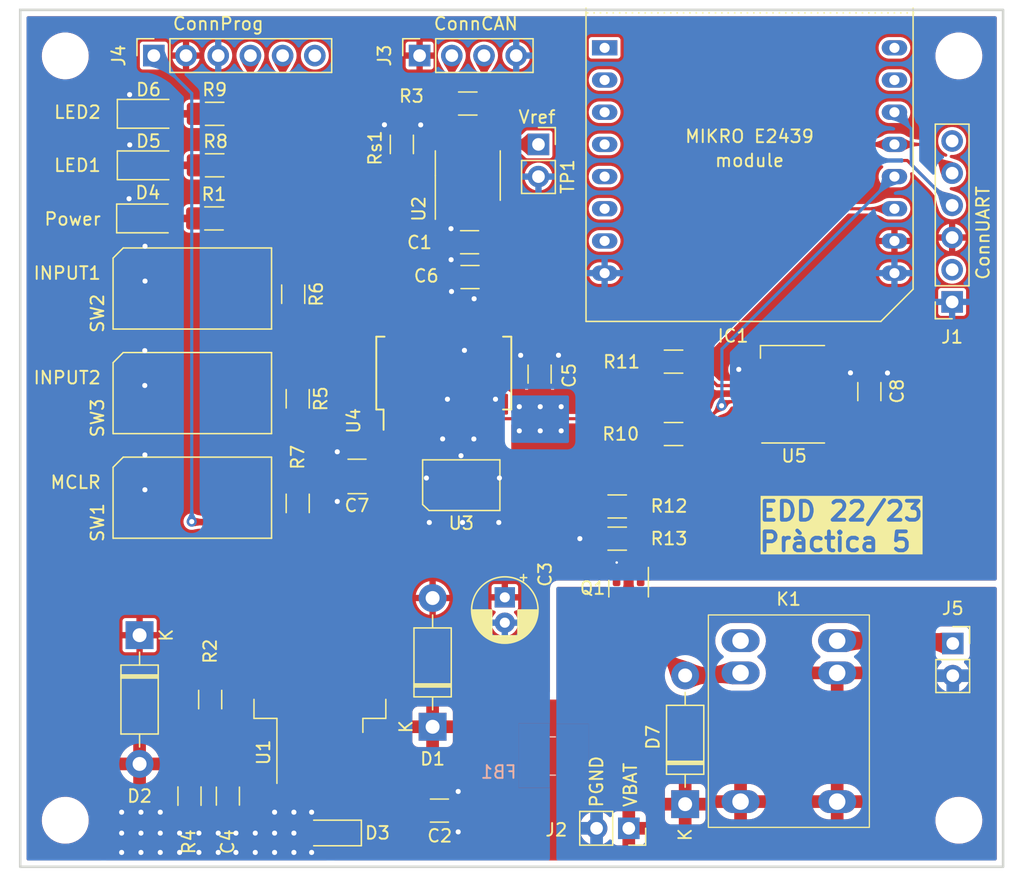
<source format=kicad_pcb>
(kicad_pcb (version 20221018) (generator pcbnew)
  (title_block (title "Placa Pràctica 5") (date "2023-04-06") (rev "V5") (company "Universitat de Barcelona") (comment 1 "J.L. Soler, J. Canals, J.D. Prades, M. López") (comment 2 "Eines de Disseny") (comment 3 "Versió Curs 2022/2023"))
  (layers (0 "F.Cu" signal) (31 "B.Cu" signal) (34 "B.Paste" user) (35 "F.Paste" user) (36 "B.SilkS" user "B.Silkscreen") (37 "F.SilkS" user "F.Silkscreen") (38 "B.Mask" user) (39 "F.Mask" user) (44 "Edge.Cuts" user))
  (net 0 "")
  (net 1 "GND")
  (net 2 "+5V")
  (net 3 "V_BAT")
  (net 4 "/vadj")
  (net 5 "Net-(D4-A)")
  (net 6 "VPP_MCLR")
  (net 7 "DATA")
  (net 8 "CLK")
  (net 10 "Net-(J3-Pin_2)")
  (net 11 "Net-(U4-Vcap)")
  (net 12 "U_TX")
  (net 13 "U_RX")
  (net 14 "MOTOR_H")
  (net 15 "I2C_CLK")
  (net 16 "I2C_DATA")
  (net 17 "/VREF")
  (net 18 "INPUT_1")
  (net 19 "INPUT_2")
  (net 20 "CLK_IN")
  (net 21 "CLK_OUT")
  (net 22 "CAN_TX")
  (net 23 "CAN_RX")
  (net 24 "Net-(D5-A)")
  (net 25 "Net-(D6-A)")
  (net 27 "V_MOTOR")
  (net 43 "GNDPWR")
  (net 53 "/LED_G")
  (net 54 "/LED_R")
  (net 55 "Net-(U2-Rs)")
  (net 56 "Net-(J3-Pin_3)")
  (net 57 "/q1_c")
  (net 58 "/q1_b")
  (footprint "Capacitor_SMD:C_1206_3216Metric" (layer "F.Cu") (at 153.62 74.01 90)
    (fp_text reference "C5")
    (fp_text value "100nF" hide)
  )
  (footprint "Diode_THT:D_DO-41_SOD81_P10.16mm_Horizontal" (layer "F.Cu") (at 165.100707 107.950707 90)
    (fp_text reference "D7")
    (fp_text value "1N4002" hide)
  )
  (footprint "Components:Push_btn_SMD" (layer "F.Cu") (at 126.2253 75.5076 -90)
    (fp_text reference "SW3")
    (fp_text value "SW_3")
  )
  (footprint "Capacitor_SMD:C_1206_3216Metric" (layer "F.Cu") (at 145.718 108.458)
    (fp_text reference "C2")
    (fp_text value "100nF" hide)
  )
  (footprint "Diode_SMD:D_SMF" (layer "F.Cu") (at 137.2 110.224 180)
    (fp_text reference "D3")
    (fp_text value "SMAJ15-TR" hide)
  )
  (footprint "Resistor_SMD:R_1206_3216Metric_Pad1.30x1.75mm_HandSolder" (layer "F.Cu") (at 159.74 86.995 180)
    (fp_text reference "R13")
    (fp_text value "7k6" hide)
  )
  (footprint "Resistor_SMD:R_1206_3216Metric_Pad1.30x1.75mm_HandSolder" (layer "F.Cu") (at 134.5403 75.9576 -90)
    (fp_text reference "R5")
    (fp_text value "22k" hide)
  )
  (footprint "MountingHole:MountingHole_3.2mm_M3" (layer "F.Cu") (at 116.205 48.895)
    (fp_text reference "H1")
    (fp_text value "MountingHole")
  )
  (footprint "Connector_PinSocket_2.54mm:PinSocket_1x02_P2.54mm_Vertical" (layer "F.Cu") (at 160.655 109.855 -90)
    (fp_text reference "J2")
    (fp_text value "Conn_BAT")
  )
  (footprint "Resistor_SMD:R_1206_3216Metric_Pad1.30x1.75mm_HandSolder" (layer "F.Cu") (at 127.99 53.467 180)
    (fp_text reference "R9")
    (fp_text value "R?" hide)
  )
  (footprint "Connector_PinSocket_2.54mm:PinSocket_1x04_P2.54mm_Vertical" (layer "F.Cu") (at 144.155 48.87 90)
    (fp_text reference "J3")
    (fp_text value "Conn_CAN")
  )
  (footprint "Connector_PinSocket_2.54mm:PinSocket_1x02_P2.54mm_Vertical" (layer "F.Cu") (at 186.21 95.27)
    (fp_text reference "J5")
    (fp_text value "Conn_MOTOR")
  )
  (footprint "Components:mikroe_s" (layer "F.Cu") (at 170.18 57.15 -90)
    (fp_text reference "IC1")
    (fp_text value "MIKROE-2439")
  )
  (footprint "Package_SO:SOIC-8_3.9x4.9mm_P1.27mm" (layer "F.Cu") (at 147.955707 58.339293 90)
    (fp_text reference "U2")
    (fp_text value "MCP2551-I-SN" hide)
  )
  (footprint "MountingHole:MountingHole_3.2mm_M3" (layer "F.Cu") (at 186.69 48.895)
    (fp_text reference "H4")
    (fp_text value "MountingHole")
  )
  (footprint "MountingHole:MountingHole_3.2mm_M3" (layer "F.Cu") (at 186.69 109.22)
    (fp_text reference "H3")
    (fp_text value "MountingHole")
  )
  (footprint "Components:SMD_XTAL" (layer "F.Cu") (at 147.44 82.775)
    (fp_text reference "U3")
    (fp_text value "CSTCR7M99G53-R0" hide)
  )
  (footprint "Capacitor_SMD:C_1210_3225Metric_Pad1.33x2.70mm_HandSolder" (layer "F.Cu") (at 139.2175 82.085 180)
    (fp_text reference "C7")
    (fp_text value "10uF" hide)
  )
  (footprint "Components:Push_btn_SMD" (layer "F.Cu") (at 126.2253 83.7626 -90)
    (fp_text reference "SW1")
    (fp_text value "SW_reset")
  )
  (footprint "Connector_PinSocket_2.54mm:PinSocket_1x06_P2.54mm_Vertical" (layer "F.Cu") (at 186.16 68.31 180)
    (fp_text reference "J1")
    (fp_text value "Conn_UART")
  )
  (footprint "Capacitor_SMD:C_1206_3216Metric" (layer "F.Cu") (at 179.63 75.39 90)
    (fp_text reference "C8")
    (fp_text value "100nF" hide)
  )
  (footprint "LED_SMD:LED_1206_3216Metric_Pad1.42x1.75mm_HandSolder" (layer "F.Cu") (at 122.7725 57.531)
    (fp_text reference "D5")
    (fp_text value "156120VS75000 Red" hide)
  )
  (footprint "Capacitor_SMD:C_1206_3216Metric" (layer "F.Cu") (at 148.095 63.6 180)
    (fp_text reference "C1")
    (fp_text value "100nF" hide)
  )
  (footprint "Resistor_SMD:R_1206_3216Metric_Pad1.30x1.75mm_HandSolder" (layer "F.Cu") (at 134.5403 84.2126 -90)
    (fp_text reference "R7")
    (fp_text value "22k" hide)
  )
  (footprint "Sensor:SHT1x" (layer "F.Cu") (at 173.62 75.55)
    (fp_text reference "U5")
    (fp_text value "SHT1x" hide)
  )
  (footprint "Package_TO_SOT_SMD:TO-263-3_TabPin2" (layer "F.Cu") (at 136.29 96.357 90)
    (fp_text reference "U1")
    (fp_text value "LM317KTTR" hide)
  )
  (footprint "Capacitor_SMD:C_1206_3216Metric" (layer "F.Cu") (at 148.13 66.35 180)
    (fp_text reference "C6")
    (fp_text value "100nF" hide)
  )
  (footprint "LED_SMD:LED_1206_3216Metric_Pad1.42x1.75mm_HandSolder" (layer "F.Cu") (at 122.7185 61.722)
    (fp_text reference "D4")
    (fp_text value "156120VS75000 Green" hide)
  )
  (footprint "Resistor_SMD:R_1206_3216Metric_Pad1.30x1.75mm_HandSolder" (layer "F.Cu") (at 164.185 73.025)
    (fp_text reference "R11")
    (fp_text value "10K" hide)
  )
  (footprint "Components:DIP-6_300_ELL" (layer "F.Cu") (at 172.011 95.05 -90)
    (fp_text reference "K1")
    (fp_text value "SR5-12V-200-1C" hide)
  )
  (footprint "LED_SMD:LED_1206_3216Metric_Pad1.42x1.75mm_HandSolder" (layer "F.Cu") (at 122.7725 53.467)
    (fp_text reference "D6")
    (fp_text value "156120VS75000 Green" hide)
  )
  (footprint "Package_TO_SOT_SMD:SOT-23" (layer "F.Cu") (at 160.64 90.9425 -90)
    (fp_text reference "Q1")
    (fp_text value "BC817-25-QR" hide)
  )
  (footprint "Resistor_SMD:R_1206_3216Metric_Pad1.30x1.75mm_HandSolder" (layer "F.Cu") (at 127.936 61.722 180)
    (fp_text reference "R1")
    (fp_text value "R?" hide)
  )
  (footprint "Connector_PinSocket_2.54mm:PinSocket_1x06_P2.54mm_Vertical" (layer "F.Cu") (at 123.19 48.87 90)
    (fp_text reference "J4")
    (fp_text value "Conn_PROG")
  )
  (footprint "Diode_THT:D_DO-41_SOD81_P10.16mm_Horizontal" (layer "F.Cu") (at 122.066 94.615 -90)
    (fp_text reference "D2")
    (fp_text value "1N4002" hide)
  )
  (footprint "Package_SO:SSOP-28_5.3x10.2mm_P0.65mm" (layer "F.Cu") (at 146.0618 73.929 90)
    (fp_text reference "U4")
    (fp_text value "PIC18F27Q83-I/SO" hide)
  )
  (footprint "Resistor_SMD:R_1206_3216Metric_Pad1.30x1.75mm_HandSolder" (layer "F.Cu") (at 164.185 78.74)
    (fp_text reference "R10")
    (fp_text value "10K" hide)
  )
  (footprint "Resistor_SMD:R_1206_3216Metric_Pad1.30x1.75mm_HandSolder" (layer "F.Cu") (at 126.003 107.315 -90)
    (fp_text reference "R4")
    (fp_text value "R?" hide)
  )
  (footprint "Resistor_SMD:R_1206_3216Metric_Pad1.30x1.75mm_HandSolder" (layer "F.Cu") (at 127.99 57.531 180)
    (fp_text reference "R8")
    (fp_text value "R?")
  )
  (footprint "Resistor_SMD:R_1206_3216Metric_Pad1.30x1.75mm_HandSolder" (layer "F.Cu") (at 147.9546 52.6542)
    (fp_text reference "R3")
    (fp_text value "60R" hide)
  )
  (footprint "Connector_PinSocket_2.54mm:PinSocket_1x02_P2.54mm_Vertical" (layer "F.Cu") (at 153.53 55.88)
    (fp_text reference "TP1")
    (fp_text value "TP_Vref")
  )
  (footprint "MountingHole:MountingHole_3.2mm_M3" (layer "F.Cu") (at 116.205 109.22)
    (fp_text reference "H2")
    (fp_text value "MountingHole")
  )
  (footprint "Resistor_SMD:R_1206_3216Metric_Pad1.30x1.75mm_HandSolder" (layer "F.Cu") (at 134.1847 67.7026 -90)
    (fp_text reference "R6")
    (fp_text value "22k" hide)
  )
  (footprint "Capacitor_SMD:C_1206_3216Metric" (layer "F.Cu") (at 129.032 107.315 -90)
    (fp_text reference "C4")
    (fp_text value "100nF" hide)
  )
  (footprint "Diode_THT:D_DO-41_SOD81_P10.16mm_Horizontal" (layer "F.Cu") (at 145.18 101.842 90)
    (fp_text reference "D1")
    (fp_text value "1N4002" hide)
  )
  (footprint "Components:Push_btn_SMD" (layer "F.Cu") (at 126.2253 67.2526 -90)
    (fp_text reference "SW2")
    (fp_text value "SW_2")
  )
  (footprint "Resistor_SMD:R_1206_3216Metric_Pad1.30x1.75mm_HandSolder" (layer "F.Cu") (at 127.635 99.695 -90)
    (fp_text reference "R2")
    (fp_text value "240" hide)
  )
  (footprint "Resistor_SMD:R_1206_3216Metric_Pad1.30x1.75mm_HandSolder" (layer "F.Cu") (at 142.755 55.88 90)
    (fp_text reference "Rs1")
    (fp_text value "~")
  )
  (footprint "Capacitor_THT:CP_Radial_D5.0mm_P2.00mm" (layer "F.Cu") (at 150.876 91.627888 -90)
    (fp_text reference "C3")
    (fp_text value "1uF" hide)
  )
  (footprint "Resistor_SMD:R_1206_3216Metric_Pad1.30x1.75mm_HandSolder" (layer "F.Cu") (at 159.74 84.455 180)
    (fp_text reference "R12")
    (fp_text value "4k3" hide)
  )
  (footprint "Inductor_SMD:L_Ferrocore_DLG-0302" (layer "B.Cu") (at 154.66 104.15 180)
    (fp_text reference "FB1")
    (fp_text value "BLM15AX100SND" hide)
  )
  (gr_rect (start 112.65 45.265) (end 190.178 112.895) (stroke (width 0.2)) (fill none) (layer "Edge.Cuts"))
  (gr_text "VBAT" (at 160.782 106.426 90) (layer "F.SilkS") (effects (font (size 1 1))))
  (gr_text "EDD 22/23\nPràctica 5" (at 170.815 88.12) (layer "F.SilkS" knockout) (effects (font (size 1.5 1.5) (thickness 0.3) bold) (justify left bottom)))
  (gr_text "ConnProg" (at 128.27 46.355) (layer "F.SilkS") (effects (font (size 1 1))))
  (gr_text "ConnUART" (at 188.595 62.865 90) (layer "F.SilkS") (effects (font (size 1 1))))
  (gr_text "LED1" (at 117.165476 57.531) (layer "F.SilkS") (effects (font (size 1 1))))
  (gr_text "INPUT2" (at 116.355953 74.295) (layer "F.SilkS") (effects (font (size 1 1))))
  (gr_text "LED2" (at 117.165476 53.34) (layer "F.SilkS") (effects (font (size 1 1))))
  (gr_text "PGND" (at 158.115 106.172 90) (layer "F.SilkS") (effects (font (size 1 1))))
  (gr_text "MCLR" (at 117.022619 82.55) (layer "F.SilkS") (effects (font (size 1 1))))
  (gr_text "MIKRO E2439" (at 170.18 55.245) (layer "F.SilkS") (effects (font (size 1 1))))
  (gr_text "Power" (at 116.784524 61.77) (layer "F.SilkS") (effects (font (size 1 1))))
  (gr_text "INPUT1" (at 116.355953 66.04) (layer "F.SilkS") (effects (font (size 1 1))))
  (gr_text "module" (at 170.18 57.15) (layer "F.SilkS") (effects (font (size 1 1))))
  (gr_text "Vref" (at 153.416 53.721) (layer "F.SilkS") (effects (font (size 1 1))))
  (gr_text "ConnCAN" (at 148.59 46.355) (layer "F.SilkS") (effects (font (size 1 1))))
  (segment (start 147.193 110.133) (end 147.198 110.138) (width 1.15) (layer "F.Cu") (net 1))
  (segment (start 147.69 72.136) (end 147.6868 72.1328) (width 0.45) (layer "F.Cu") (net 1))
  (segment (start 122.4653 81.7226) (end 122.4653 83.1176) (width 1.15) (layer "F.Cu") (net 1))
  (segment (start 147.193 108.458) (end 147.193 106.953) (width 1.15) (layer "F.Cu") (net 1))
  (segment (start 122.4653 81.7226) (end 122.4653 80.4076) (width 1.15) (layer "F.Cu") (net 1))
  (segment (start 147.32 60.815) (end 147.32 61.84) (width 0.6) (layer "F.Cu") (net 1))
  (segment (start 155.11 72.52) (end 155.105 72.525) (width 1.15) (layer "F.Cu") (net 1))
  (segment (start 181.055 73.915) (end 181.06 73.92) (width 1.15) (layer "F.Cu") (net 1))
  (segment (start 144.23 54.33) (end 144.24 54.34) (width 1.15) (layer "F.Cu") (net 1))
  (segment (start 146.655 64.995) (end 146.64 64.98) (width 1.15) (layer "F.Cu") (net 1))
  (segment (start 147.193 106.953) (end 147.198 106.948) (width 1.15) (layer "F.Cu") (net 1))
  (segment (start 159.69 88.89) (end 159.7 88.88) (width 0.6) (layer "F.Cu") (net 1))
  (segment (start 178.145 73.915) (end 178.14 73.91) (width 1.15) (layer "F.Cu") (net 1))
  (segment (start 122.4553 73.4926) (end 122.4553 74.8876) (width 1.15) (layer "F.Cu") (net 1))
  (segment (start 148.453601 68.062601) (end 147.6868 68.829402) (width 0.45) (layer "F.Cu") (net 1))
  (segment (start 179.63 73.915) (end 178.145 73.915) (width 1.15) (layer "F.Cu") (net 1))
  (segment (start 146.62 63.6) (end 146.62 62.54) (width 1.15) (layer "F.Cu") (net 1))
  (segment (start 122.4653 83.1176) (end 122.4853 83.1376) (width 1.15) (layer "F.Cu") (net 1))
  (segment (start 122.4753 65.2526) (end 122.4753 63.9376) (width 1.15) (layer "F.Cu") (net 1))
  (segment (start 156.795 86.995) (end 158.19 86.995) (width 1.15) (layer "F.Cu") (net 1))
  (segment (start 146.655 66.35) (end 146.655 67.475) (width 1.15) (layer "F.Cu") (net 1))
  (segment (start 147.193 108.458) (end 147.193 110.133) (width 1.15) (layer "F.Cu") (net 1))
  (segment (start 142.755 54.33) (end 141.38 54.33) (width 1.15) (layer "F.Cu") (net 1))
  (segment (start 142.755 54.33) (end 144.23 54.33) (width 1.15) (layer "F.Cu") (net 1))
  (segment (start 179.63 73.915) (end 181.055 73.915) (width 1.15) (layer "F.Cu") (net 1))
  (segment (start 121.285 57.531) (end 121.285 55.921) (width 1.15) (layer "F.Cu") (net 1))
  (segment (start 146.62 62.54) (end 146.63 62.53) (width 1.15) (layer "F.Cu") (net 1))
  (segment (start 146.62 63.6) (end 146.62 64.96) (width 1.15) (layer "F.Cu") (net 1))
  (segment (start 152.125 72.525) (end 153.71 72.525) (width 1.15) (layer "F.Cu") (net 1))
  (segment (start 122.4553 72.1776) (end 122.4753 72.1576) (width 1.15) (layer "F.Cu") (net 1))
  (segment (start 122.4553 74.8876) (end 122.4753 74.9076) (width 1.15) (layer "F.Cu") (net 1))
  (segment (start 146.655 67.475) (end 146.67 67.49) (width 1.15) (layer "F.Cu") (net 1))
  (segment (start 122.4653 80.4076) (end 122.4853 80.3876) (width 1.15) (layer "F.Cu") (net 1))
  (segment (start 121.285 53.467) (end 121.285 51.957) (width 1.15) (layer "F.Cu") (net 1))
  (segment (start 137.655 82.085) (end 137.655 80.145) (width 1.15) (layer "F.Cu") (net 1))
  (segment (start 122.4753 63.9376) (end 122.4953 63.9176) (width 1.15) (layer "F.Cu") (net 1))
  (segment (start 146.655 66.35) (end 146.655 64.995) (width 1.15) (layer "F.Cu") (net 1))
  (segment (start 159.69 90.005) (end 159.69 88.89) (width 0.6) (layer "F.Cu") (net 1))
  (segment (start 122.4753 65.2526) (end 122.4753 66.6476) (width 1.15) (layer "F.Cu") (net 1))
  (segment (start 121.285 51.957) (end 121.28 51.952) (width 1.15) (layer "F.Cu") (net 1))
  (segment (start 122.4753 66.6476) (end 122.4953 66.6676) (width 1.15) (layer "F.Cu") (net 1))
  (segment (start 122.4553 73.4926) (end 122.4553 72.1776) (width 1.15) (layer "F.Cu") (net 1))
  (segment (start 137.655 82.085) (end 137.655 84.055) (width 1.15) (layer "F.Cu") (net 1))
  (segment (start 169.335 73.645) (end 169.33 73.64) (width 1.15) (layer "F.Cu") (net 1))
  (segment (start 147.32 61.84) (end 146.63 62.53) (width 0.6) (layer "F.Cu") (net 1))
  (segment (start 147.6868 72.1328) (end 147.6868 70.329) (width 0.45) (layer "F.Cu") (net 1))
  (segment (start 137.655 80.145) (end 137.66 80.14) (width 1.15) (layer "F.Cu") (net 1))
  (segment (start 121.285 55.921) (end 121.29 55.916) (width 1.15) (layer "F.Cu") (net 1))
  (segment (start 146.62 64.96) (end 146.64 64.98) (width 1.15) (layer "F.Cu") (net 1))
  (segment (start 137.655 84.055) (end 137.66 84.06) (width 1.15) (layer "F.Cu") (net 1))
  (segment (start 121.231 61.722) (end 121.231 60.172) (width 1.15) (layer "F.Cu") (net 1))
  (segment (start 121.231 60.172) (end 121.236 60.167) (width 1.15) (layer "F.Cu") (net 1))
  (segment (start 155.105 72.525) (end 153.71 72.525) (width 1.15) (layer "F.Cu") (net 1))
  (segment (start 147.6868 68.829402) (end 147.6868 70.329) (width 0.45) (layer "F.Cu") (net 1))
  (segment (start 170.98 73.645) (end 169.335 73.645) (width 0.8) (layer "F.Cu") (net 1))
  (via (at 147.54 85.72) (size 0.8) (drill 0.4) (layers "F.Cu" "B.Cu") (net 1))
  (via (at 121.236 60.167) (size 0.8) (drill 0.4) (layers "F.Cu" "B.Cu") (net 1))
  (via (at 126.746 110.236) (size 0.8) (drill 0.4) (layers "F.Cu" "B.Cu") (net 1))
  (via (at 128.27 110.236) (size 0.8) (drill 0.4) (layers "F.Cu" "B.Cu") (net 1))
  (via (at 122.4753 74.9076) (size 0.8) (drill 0.4) (layers "F.Cu" "B.Cu") (net 1))
  (via (at 120.65 108.585) (size 0.8) (drill 0.4) (layers "F.Cu" "B.Cu") (net 1))
  (via (at 144.69 82.21) (size 0.8) (drill 0.4) (layers "F.Cu" "B.Cu") (net 1))
  (via (at 145.97 79.123395) (size 0.8) (drill 0.4) (layers "F.Cu" "B.Cu") (net 1))
  (via (at 148.453601 68.062601) (size 0.8) (drill 0.4) (layers "F.Cu" "B.Cu") (net 1))
  (via (at 134.239 110.236) (size 0.8) (drill 0.4) (layers "F.Cu" "B.Cu") (net 1))
  (via (at 150.4 85.72) (size 0.8) (drill 0.4) (layers "F.Cu" "B.Cu") (net 1))
  (via (at 147.198 110.138) (size 0.8) (drill 0.4) (layers "F.Cu" "B.Cu") (net 1))
  (via (at 134.239 108.585) (size 0.8) (drill 0.4) (layers "F.Cu" "B.Cu") (net 1))
  (via (at 141.38 54.33) (size 0.8) (drill 0.4) (layers "F.Cu" "B.Cu") (net 1))
  (via (at 147.69 72.136) (size 0.8) (drill 0.4) (layers "F.Cu" "B.Cu") (net 1))
  (via (at 126.746 111.76) (size 0.8) (drill 0.4) (layers "F.Cu" "B.Cu") (net 1))
  (via (at 137.66 84.06) (size 0.8) (drill 0.4) (layers "F.Cu" "B.Cu") (net 1))
  (via (at 135.636 108.585) (size 0.8) (drill 0.4) (layers "F.Cu" "B.Cu") (net 1))
  (via (at 123.698 110.236) (size 0.8) (drill 0.4) (layers "F.Cu" "B.Cu") (net 1))
  (via (at 150.45 82.21) (size 0.8) (drill 0.4) (layers "F.Cu" "B.Cu") (net 1))
  (via (at 122.4953 66.6676) (size 0.8) (drill 0.4) (layers "F.Cu" "B.Cu") (net 1))
  (via (at 146.63 62.53) (size 0.8) (drill 0.4) (layers "F.Cu" "B.Cu") (net 1))
  (via (at 146.35 75.99) (size 0.8) (drill 0.4) (layers "F.Cu" "B.Cu") (net 1))
  (via (at 146.64 64.98) (size 0.8) (drill 0.4) (layers "F.Cu" "B.Cu") (net 1))
  (via (at 147.42 80.45) (size 0.8) (drill 0.4) (layers "F.Cu" "B.Cu") (net 1))
  (via (at 169.33 73.64) (size 0.8) (drill 0.4) (layers "F.Cu" "B.Cu") (net 1))
  (via (at 144.92 85.72) (size 0.8) (drill 0.4) (layers "F.Cu" "B.Cu") (net 1))
  (via (at 144.24 54.34) (size 0.8) (drill 0.4) (layers "F.Cu" "B.Cu") (net 1))
  (via (at 128.27 111.76) (size 0.8) (drill 0.4) (layers "F.Cu" "B.Cu") (net 1))
  (via (at 125.222 110.236) (size 0.8) (drill 0.4) (layers "F.Cu" "B.Cu") (net 1))
  (via (at 131.191 110.236) (size 0.8) (drill 0.4) (layers "F.Cu" "B.Cu") (net 1))
  (via (at 120.65 111.76) (size 0.8) (drill 0.4) (layers "F.Cu" "B.Cu") (net 1))
  (via (at 155.11 72.52) (size 0.8) (drill 0.4) (layers "F.Cu" "B.Cu") (net 1))
  (via (at 152.125 72.525) (size 0.8) (drill 0.4) (layers "F.Cu" "B.Cu") (net 1))
  (via (at 122.174 108.585) (size 0.8) (drill 0.4) (layers "F.Cu" "B.Cu") (net 1))
  (via (at 147.198 106.948) (size 0.8) (drill 0.4) (layers "F.Cu" "B.Cu") (net 1))
  (via (at 132.715 108.585) (size 0.8) (drill 0.4) (layers "F.Cu" "B.Cu") (net 1))
  (via (at 178.14 73.91) (size 0.8) (drill 0.4) (layers "F.Cu" "B.Cu") (net 1))
  (via (at 122.174 111.76) (size 0.8) (drill 0.4) (layers "F.Cu" "B.Cu") (net 1))
  (via (at 129.667 110.236) (size 0.8) (drill 0.4) (layers "F.Cu" "B.Cu") (net 1))
  (via (at 132.715 110.236) (size 0.8) (drill 0.4) (layers "F.Cu" "B.Cu") (net 1))
  (via (at 121.28 51.952) (size 0.8) (drill 0.4) (layers "F.Cu" "B.Cu") (net 1))
  (via (at 120.65 110.236) (size 0.8) (drill 0.4) (layers "F.Cu" "B.Cu") (net 1))
  (via (at 131.191 111.76) (size 0.8) (drill 0.4) (layers "F.Cu" "B.Cu") (net 1))
  (via (at 135.636 111.76) (size 0.8) (drill 0.4) (layers "F.Cu" "B.Cu") (net 1))
  (via (at 123.698 111.76) (size 0.8) (drill 0.4) (layers "F.Cu" "B.Cu") (net 1))
  (via (at 123.698 108.585) (size 0.8) (drill 0.4) (layers "F.Cu" "B.Cu") (net 1))
  (via (at 156.795 86.995) (size 0.8) (drill 0.4) (layers "F.Cu" "B.Cu") (net 1))
  (via (at 148.432949 79.128351) (size 0.8) (drill 0.4) (layers "F.Cu" "B.Cu") (net 1))
  (via (at 159.7 88.88) (size 0.5) (drill 0.2) (layers "F.Cu" "B.Cu") (net 1))
  (via (at 181.06 73.92) (size 0.8) (drill 0.4) (layers "F.Cu" "B.Cu") (net 1))
  (via (at 122.4953 63.9176) (size 0.8) (drill 0.4) (layers "F.Cu" "B.Cu") (net 1))
  (via (at 129.667 111.76) (size 0.8) (drill 0.4) (layers "F.Cu" "B.Cu") (net 1))
  (via (at 146.67 67.49) (size 0.8) (drill 0.4) (layers "F.Cu" "B.Cu") (net 1))
  (via (at 121.29 55.916) (size 0.8) (drill 0.4) (layers "F.Cu" "B.Cu") (net 1))
  (via (at 122.4853 80.3876) (size 0.8) (drill 0.4) (layers "F.Cu" "B.Cu") (net 1))
  (via (at 125.222 111.76) (size 0.8) (drill 0.4) (layers "F.Cu" "B.Cu") (net 1))
  (via (at 122.4753 72.1576) (size 0.8) (drill 0.4) (layers "F.Cu" "B.Cu") (net 1))
  (via (at 150.14 75.99) (size 0.8) (drill 0.4) (layers "F.Cu" "B.Cu") (net 1))
  (via (at 122.4853 83.1376) (size 0.8) (drill 0.4) (layers "F.Cu" "B.Cu") (net 1))
  (via (at 122.174 110.236) (size 0.8) (drill 0.4) (layers "F.Cu" "B.Cu") (net 1))
  (via (at 134.239 111.76) (size 0.8) (drill 0.4) (layers "F.Cu" "B.Cu") (net 1))
  (via (at 137.66 80.14) (size 0.8) (drill 0.4) (layers "F.Cu" "B.Cu") (net 1))
  (via (at 132.715 111.76) (size 0.8) (drill 0.4) (layers "F.Cu" "B.Cu") (net 1))
  (segment (start 136.29 104.007) (end 136.29 94.857) (width 1) (layer "F.Cu") (net 2))
  (via (at 153.67 78.486) (size 0.8) (drill 0.4) (layers "F.Cu" "B.Cu") (net 2))
  (via (at 152.019 76.581) (size 0.8) (drill 0.4) (layers "F.Cu" "B.Cu") (net 2))
  (via (at 152.019 78.486) (size 0.8) (drill 0.4) (layers "F.Cu" "B.Cu") (net 2))
  (via (at 153.67 76.581) (size 0.8) (drill 0.4) (layers "F.Cu" "B.Cu") (net 2))
  (via (at 155.321 76.581) (size 0.8) (drill 0.4) (layers "F.Cu" "B.Cu") (net 2))
  (via (at 155.321 78.486) (size 0.8) (drill 0.4) (layers "F.Cu" "B.Cu") (net 2))
  (segment (start 169.27 107.95) (end 169.47 107.75) (width 1.2) (layer "F.Cu") (net 3))
  (segment (start 124.206 61.722) (end 126.386 61.722) (width 0.6) (layer "F.Cu") (net 5))
  (segment (start 129.9703 85.7576) (end 129.9753 85.7626) (width 0.25) (layer "F.Cu") (net 6))
  (segment (start 126.18 85.65) (end 129.8627 85.65) (width 0.25) (layer "F.Cu") (net 6))
  (segment (start 129.8627 85.65) (end 129.9753 85.7626) (width 0.25) (layer "F.Cu") (net 6))
  (segment (start 129.9753 85.7626) (end 134.5403 85.7626) (width 0.5) (layer "F.Cu") (net 6))
  (segment (start 137.93 77.529) (end 136.28 79.179) (width 0.25) (layer "F.Cu") (net 6))
  (segment (start 136.28 84.0229) (end 134.5403 85.7626) (width 0.25) (layer "F.Cu") (net 6))
  (segment (start 137.93 77.529) (end 141.8368 77.529) (width 0.25) (layer "F.Cu") (net 6))
  (segment (start 136.28 79.179) (end 136.28 84.0229) (width 0.25) (layer "F.Cu") (net 6))
  (via (at 126.18 85.65) (size 0.8) (drill 0.4) (layers "F.Cu" "B.Cu") (net 6))
  (segment (start 126.18 51.86) (end 126.18 85.65) (width 0.25) (layer "B.Cu") (net 6))
  (segment (start 123.19 48.87) (end 126.18 51.86) (width 0.25) (layer "B.Cu") (net 6))
  (segment (start 130.81 51.435) (end 141.8368 62.4618) (width 0.25) (layer "F.Cu") (net 7))
  (segment (start 130.81 48.87) (end 130.81 51.435) (width 0.25) (layer "F.Cu") (net 7))
  (segment (start 141.8368 62.4618) (end 141.8368 70.329) (width 0.25) (layer "F.Cu") (net 7))
  (segment (start 142.4868 61.9688) (end 142.4868 70.329) (width 0.25) (layer "F.Cu") (net 8))
  (segment (start 133.35 52.832) (end 142.4868 61.9688) (width 0.25) (layer "F.Cu") (net 8))
  (segment (start 133.35 48.87) (end 133.35 52.832) (width 0.25) (layer "F.Cu") (net 8))
  (segment (start 147.32 53.5696) (end 147.32 55.865) (width 0.25) (layer "F.Cu") (net 10))
  (segment (start 146.695 48.87) (end 146.695 52.3638) (width 0.25) (layer "F.Cu") (net 10))
  (segment (start 146.4046 52.6542) (end 147.32 53.5696) (width 0.25) (layer "F.Cu") (net 10))
  (segment (start 146.695 52.3638) (end 146.4046 52.6542) (width 0.25) (layer "F.Cu") (net 10))
  (segment (start 140.78 82.085) (end 141.6308 82.085) (width 0.45) (layer "F.Cu") (net 11))
  (segment (start 141.6308 82.085) (end 145.0868 78.629) (width 0.45) (layer "F.Cu") (net 11))
  (segment (start 145.0868 78.629) (end 145.0868 77.529) (width 0.45) (layer "F.Cu") (net 11))
  (segment (start 166.04 68.79) (end 149.4008 68.79) (width 0.25) (layer "F.Cu") (net 12))
  (segment (start 186.16 60.69) (end 182.62 57.15) (width 0.25) (layer "F.Cu") (net 12))
  (segment (start 148.9868 69.204) (end 148.9868 70.329) (width 0.25) (layer "F.Cu") (net 12))
  (segment (start 177.68 57.15) (end 166.04 68.79) (width 0.25) (layer "F.Cu") (net 12))
  (segment (start 149.4008 68.79) (end 148.9868 69.204) (width 0.25) (layer "F.Cu") (net 12))
  (segment (start 182.62 57.15) (end 177.68 57.15) (width 0.25) (layer "F.Cu") (net 12))
  (segment (start 181.61 53.34) (end 182.935 54.665) (width 0.25) (layer "B.Cu") (net 12))
  (segment (start 182.935 57.465) (end 186.16 60.69) (width 0.25) (layer "B.Cu") (net 12))
  (segment (start 182.935 54.665) (end 182.935 57.465) (width 0.25) (layer "B.Cu") (net 12))
  (segment (start 181.61 55.88) (end 183.89 55.88) (width 0.25) (layer "F.Cu") (net 13))
  (segment (start 148.3368 69.204) (end 149.7228 67.818) (width 0.25) (layer "F.Cu") (net 13))
  (segment (start 149.7228 67.818) (end 164.222 67.818) (width 0.25) (layer "F.Cu") (net 13))
  (segment (start 176.16 55.88) (end 181.61 55.88) (width 0.25) (layer "F.Cu") (net 13))
  (segment (start 148.3368 70.329) (end 148.3368 69.204) (width 0.25) (layer "F.Cu") (net 13))
  (segment (start 183.89 55.88) (end 186.16 58.15) (width 0.25) (layer "F.Cu") (net 13))
  (segment (start 164.222 67.818) (end 176.16 55.88) (width 0.25) (layer "F.Cu") (net 13))
  (segment (start 154.935 84.455) (end 158.19 84.455) (width 0.3) (layer "F.Cu") (net 14))
  (segment (start 148.9868 77.529) (end 148.9868 78.5068) (width 0.3) (layer "F.Cu") (net 14))
  (segment (start 148.9868 78.5068) (end 154.935 84.455) (width 0.3) (layer "F.Cu") (net 14))
  (segment (start 168.29 76.185) (end 170.98 76.185) (width 0.25) (layer "F.Cu") (net 15))
  (segment (start 167.9725 76.5025) (end 165.735 78.74) (width 0.25) (layer "F.Cu") (net 15))
  (segment (start 150.2868 77.529) (end 164.524 77.529) (width 0.25) (layer "F.Cu") (net 15))
  (segment (start 167.9725 76.5025) (end 168.29 76.185) (width 0.25) (layer "F.Cu") (net 15))
  (segment (start 164.524 77.529) (end 165.735 78.74) (width 0.25) (layer "F.Cu") (net 15))
  (via (at 167.9725 76.5025) (size 0.8) (drill 0.4) (layers "F.Cu" "B.Cu") (net 15))
  (segment (start 168 76.475) (end 168 72.03) (width 0.25) (layer "B.Cu") (net 15))
  (segment (start 167.9725 76.5025) (end 168 76.475) (width 0.25) (layer "B.Cu") (net 15))
  (segment (start 168 72.03) (end 181.61 58.42) (width 0.25) (layer "B.Cu") (net 15))
  (segment (start 150.2868 70.329) (end 156.689 70.329) (width 0.25) (layer "F.Cu") (net 16))
  (segment (start 164.465 74.295) (end 165.735 73.025) (width 0.25) (layer "F.Cu") (net 16))
  (segment (start 167.625 74.915) (end 170.98 74.915) (width 0.25) (layer "F.Cu") (net 16))
  (segment (start 181.61 60.96) (end 177.8 60.96) (width 0.25) (layer "F.Cu") (net 16))
  (segment (start 156.689 70.329) (end 160.655 74.295) (width 0.25) (layer "F.Cu") (net 16))
  (segment (start 160.655 74.295) (end 164.465 74.295) (width 0.25) (layer "F.Cu") (net 16))
  (segment (start 165.735 73.025) (end 167.625 74.915) (width 0.25) (layer "F.Cu") (net 16))
  (segment (start 177.8 60.96) (end 165.735 73.025) (width 0.25) (layer "F.Cu") (net 16))
  (segment (start 153.53 55.88) (end 149.875 55.88) (width 0.25) (layer "F.Cu") (net 17))
  (segment (start 149.875 55.88) (end 149.86 55.865) (width 0.25) (layer "F.Cu") (net 17))
  (segment (start 134.1847 69.2526) (end 134.3503 69.2526) (width 0.25) (layer "F.Cu") (net 18))
  (segment (start 129.9753 69.2526) (end 134.1847 69.2526) (width 0.5) (layer "F.Cu") (net 18))
  (segment (start 138.0777 72.98) (end 142.2878 72.98) (width 0.25) (layer "F.Cu") (net 18))
  (segment (start 142.2878 72.98) (end 145.7368 76.429) (width 0.25) (layer "F.Cu") (net 18))
  (segment (start 134.3503 69.2526) (end 138.0777 72.98) (width 0.25) (layer "F.Cu") (net 18))
  (segment (start 145.7368 76.429) (end 145.7368 77.529) (width 0.25) (layer "F.Cu") (net 18))
  (segment (start 144.4368 77.529) (end 144.4368 76.429) (width 0.25) (layer "F.Cu") (net 19))
  (segment (start 144.4368 76.429) (end 142.9378 74.93) (width 0.25) (layer "F.Cu") (net 19))
  (segment (start 142.9378 74.93) (end 137.1179 74.93) (width 0.25) (layer "F.Cu") (net 19))
  (segment (start 129.9753 77.5076) (end 134.5403 77.5076) (width 0.5) (layer "F.Cu") (net 19))
  (segment (start 137.1179 74.93) (end 134.5403 77.5076) (width 0.25) (layer "F.Cu") (net 19))
  (segment (start 147.0368 77.529) (end 147.0368 79.4732) (width 0.25) (layer "F.Cu") (net 20))
  (segment (start 147.0368 79.4732) (end 145.94 80.57) (width 0.25) (layer "F.Cu") (net 20))
  (segment (start 145.94 80.57) (end 145.94 82.775) (width 0.25) (layer "F.Cu") (net 20))
  (segment (start 147.6868 77.529) (end 147.6868 79.4068) (width 0.25) (layer "F.Cu") (net 21))
  (segment (start 147.6868 79.4068) (end 148.94 80.66) (width 0.25) (layer "F.Cu") (net 21))
  (segment (start 148.94 80.66) (end 148.94 82.775) (width 0.25) (layer "F.Cu") (net 21))
  (segment (start 145.0868 61.2157) (end 145.0868 70.329) (width 0.25) (layer "F.Cu") (net 22))
  (segment (start 145.4875 60.815) (end 145.0868 61.2157) (width 0.25) (layer "F.Cu") (net 22))
  (segment (start 146.05 60.815) (end 145.4875 60.815) (width 0.25) (layer "F.Cu") (net 22))
  (segment (start 144.4368 60.0332) (end 144.4368 70.329) (width 0.25) (layer "F.Cu") (net 23))
  (segment (start 149.225 59.055) (end 145.415 59.055) (width 0.25) (layer "F.Cu") (net 23))
  (segment (start 145.415 59.055) (end 144.4368 60.0332) (width 0.25) (layer "F.Cu") (net 23))
  (segment (start 149.86 59.69) (end 149.225 59.055) (width 0.25) (layer "F.Cu") (net 23))
  (segment (start 149.86 60.815) (end 149.86 59.69) (width 0.25) (layer "F.Cu") (net 23))
  (segment (start 124.26 57.531) (end 126.44 57.531) (width 0.6) (layer "F.Cu") (net 24))
  (segment (start 124.26 53.467) (end 126.44 53.467) (width 0.6) (layer "F.Cu") (net 25))
  (segment (start 177.09 95.05) (end 185.99 95.05) (width 1.2) (layer "F.Cu") (net 27))
  (segment (start 185.99 95.05) (end 186.21 95.27) (width 1.2) (layer "F.Cu") (net 27))
  (segment (start 142.92 71.75) (end 140.55 71.75) (width 0.25) (layer "F.Cu") (net 53))
  (segment (start 140.55 71.75) (end 139.47 70.67) (width 0.25) (layer "F.Cu") (net 53))
  (segment (start 129.54 53.721) (end 129.54 53.467) (width 0.25) (layer "F.Cu") (net 53))
  (segment (start 139.47 63.651) (end 129.54 53.721) (width 0.25) (layer "F.Cu") (net 53))
  (segment (start 143.1368 71.5332) (end 142.92 71.75) (width 0.25) (layer "F.Cu") (net 53))
  (segment (start 139.47 70.67) (end 139.47 63.651) (width 0.25) (layer "F.Cu") (net 53))
  (segment (start 143.1368 70.329) (end 143.1368 71.5332) (width 0.25) (layer "F.Cu") (net 53))
  (segment (start 138.07 66.061) (end 138.07 70.48) (width 0.25) (layer "F.Cu") (net 54))
  (segment (start 139.88 72.29) (end 143.3 72.29) (width 0.25) (layer "F.Cu") (net 54))
  (segment (start 143.7868 71.8032) (end 143.7868 70.329) (width 0.25) (layer "F.Cu") (net 54))
  (segment (start 129.54 57.531) (end 138.07 66.061) (width 0.25) (layer "F.Cu") (net 54))
  (segment (start 143.3 72.29) (end 143.7868 71.8032) (width 0.25) (layer "F.Cu") (net 54))
  (segment (start 138.07 70.48) (end 139.88 72.29) (width 0.25) (layer "F.Cu") (net 54))
  (segment (start 144.32 55.865) (end 142.755 57.43) (width 0.25) (layer "F.Cu") (net 55))
  (segment (start 146.05 55.865) (end 144.32 55.865) (width 0.25) (layer "F.Cu") (net 55))
  (segment (start 149.235 48.87) (end 149.235 52.3846) (width 0.25) (layer "F.Cu") (net 56))
  (segment (start 149.5046 52.6542) (end 148.59 53.5688) (width 0.25) (layer "F.Cu") (net 56))
  (segment (start 149.235 52.3846) (end 149.5046 52.6542) (width 0.25) (layer "F.Cu") (net 56))
  (segment (start 148.59 53.5688) (end 148.59 55.865) (width 0.25) (layer "F.Cu") (net 56))
  (segment (start 160.64 91.88) (end 160.64 93.33) (width 0.6) (layer "F.Cu") (net 57))
  (segment (start 160.64 93.33) (end 165.1 97.79) (width 0.6) (layer "F.Cu") (net 57))
  (segment (start 165.1 97.79) (end 169.27 97.79) (width 1.2) (layer "F.Cu") (net 57))
  (segment (start 169.27 97.79) (end 169.47 97.59) (width 0.6) (layer "F.Cu") (net 57))
  (segment (start 161.29 86.995) (end 161.29 84.455) (width 0.6) (layer "F.Cu") (net 58))
  (segment (start 161.59 90.005) (end 161.59 87.295) (width 0.6) (layer "F.Cu") (net 58))
  (segment (start 161.59 87.295) (end 161.29 86.995) (width 0.25) (layer "F.Cu") (net 58))
  (zone (net 1) (net_name "GND") (layer "F.Cu") (priority 6) (connect_pads (clearance 0)) (min_thickness 0.25) (fill yes (thermal_gap 0.5) (thermal_bridge_width 1))
    (polygon (pts (xy 136.873 107.315) (xy 136.873 113.157) (xy 119.347 113.157) (xy 119.347 107.315)))
  )
  (zone (net 4) (net_name "/vadj") (layer "F.Cu") (priority 7) (connect_pads (clearance 0)) (min_thickness 0.25) (fill yes (thermal_gap 0.5) (thermal_bridge_width 1))
    (polygon (pts (xy 135.763 99.822) (xy 135.763 107.061) (xy 119.38 107.061) (xy 119.38 99.822)))
  )
  (zone (net 1) (net_name "GND") (layer "F.Cu") (priority 2) (connect_pads yes (clearance 0.2)) (min_thickness 0.2) (fill yes (thermal_gap 0.5) (thermal_bridge_width 0.5))
    (polygon (pts (xy 144.145 75.565) (xy 151.13 75.565) (xy 151.13 86.36) (xy 144.145 86.36)))
  )
  (zone (net 3) (net_name "V_BAT") (layer "F.Cu") (priority 2) (connect_pads (clearance 0.5)) (min_thickness 0.25) (fill yes (thermal_gap 0.5) (thermal_bridge_width 1))
    (polygon (pts (xy 154.94 90.805) (xy 189.865 90.805) (xy 189.865 113.03) (xy 137.16 113.157) (xy 137.16 99.695) (xy 154.94 99.695)))
  )
  (zone (net 2) (net_name "+5V") (layer "F.Cu") (priority 1) (connect_pads (clearance 0.25)) (min_thickness 0.25) (fill yes (thermal_gap 0.25) (thermal_bridge_width 0.5))
    (polygon (pts (xy 112.395 113.03) (xy 112.395 45.085) (xy 190.246 45.212) (xy 190.246 113.157)))
  )
  (zone (net 43) (net_name "GNDPWR") (layer "B.Cu") (priority 3) (connect_pads yes (clearance 0.25)) (min_thickness 0.25) (fill yes (thermal_gap 0.25) (thermal_bridge_width 0.5))
    (polygon (pts (xy 154.94 101.6) (xy 154.94 106.68) (xy 157.48 106.68) (xy 157.48 101.6)))
  )
  (zone (net 43) (net_name "GNDPWR") (layer "B.Cu") (priority 1) (connect_pads (clearance 0.5)) (min_thickness 0.25) (fill yes (thermal_gap 0.5) (thermal_bridge_width 1))
    (polygon (pts (xy 189.865 90.805) (xy 154.94 90.805) (xy 154.94 113.03) (xy 189.865 113.03)))
  )
  (zone (net 2) (net_name "+5V") (layer "B.Cu") (priority 5) (connect_pads yes (clearance 0.5)) (min_thickness 0.25) (fill yes (thermal_gap 0.5) (thermal_bridge_width 1))
    (polygon (pts (xy 151.384 75.692) (xy 155.937 75.692) (xy 155.937 79.45) (xy 151.384 79.43)))
  )
  (zone (net 1) (net_name "GND") (layer "B.Cu") (priority 3) (connect_pads yes (clearance 0.25)) (min_thickness 0.25) (fill yes (thermal_gap 0.25) (thermal_bridge_width 0.5))
    (polygon (pts (xy 151.96 101.58) (xy 151.96 106.66) (xy 154.425 106.66) (xy 154.425 101.58)))
  )
  (zone (net 1) (net_name "GND") (layer "B.Cu") (connect_pads (clearance 0.5)) (min_thickness 0.25) (fill yes (thermal_gap 0.5) (thermal_bridge_width 0.5))
    (polygon (pts (xy 190.246 113.284) (xy 112.395 113.03) (xy 112.395 45.085) (xy 190.246 45.339)))
  )
)
</source>
